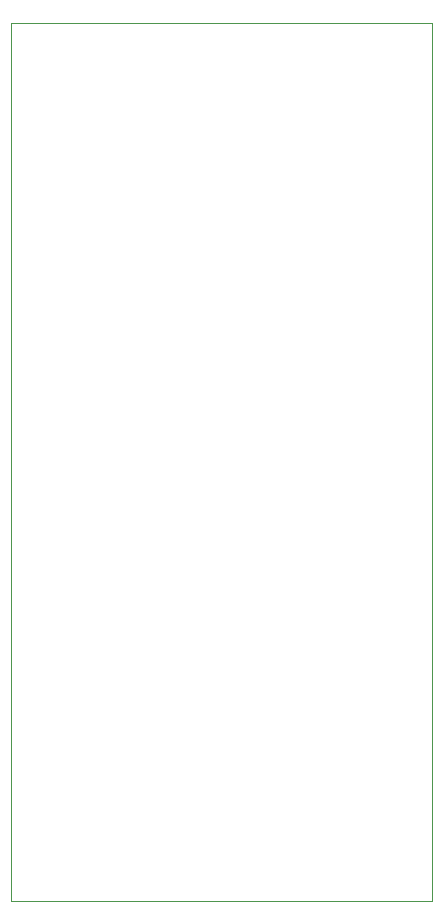
<source format=gbr>
%TF.GenerationSoftware,KiCad,Pcbnew,7.0.1-0*%
%TF.CreationDate,2023-05-31T17:03:07-06:00*%
%TF.ProjectId,STM32f4 Motion Sensor Shield,53544d33-3266-4342-904d-6f74696f6e20,rev?*%
%TF.SameCoordinates,Original*%
%TF.FileFunction,Profile,NP*%
%FSLAX46Y46*%
G04 Gerber Fmt 4.6, Leading zero omitted, Abs format (unit mm)*
G04 Created by KiCad (PCBNEW 7.0.1-0) date 2023-05-31 17:03:07*
%MOMM*%
%LPD*%
G01*
G04 APERTURE LIST*
%TA.AperFunction,Profile*%
%ADD10C,0.100000*%
%TD*%
G04 APERTURE END LIST*
D10*
X192400000Y-50800000D02*
X156800000Y-50800000D01*
X192400000Y-50800000D02*
X192400000Y-125200000D01*
X156800000Y-125200000D02*
X192400000Y-125200000D01*
X156800000Y-50800000D02*
X156800000Y-125200000D01*
M02*

</source>
